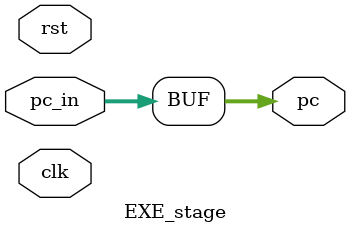
<source format=v>
module EXE_stage(
    input clk, rst,
    input[31:0] pc_in,
    output[31:0] pc
);

assign pc = pc_in;

endmodule
</source>
